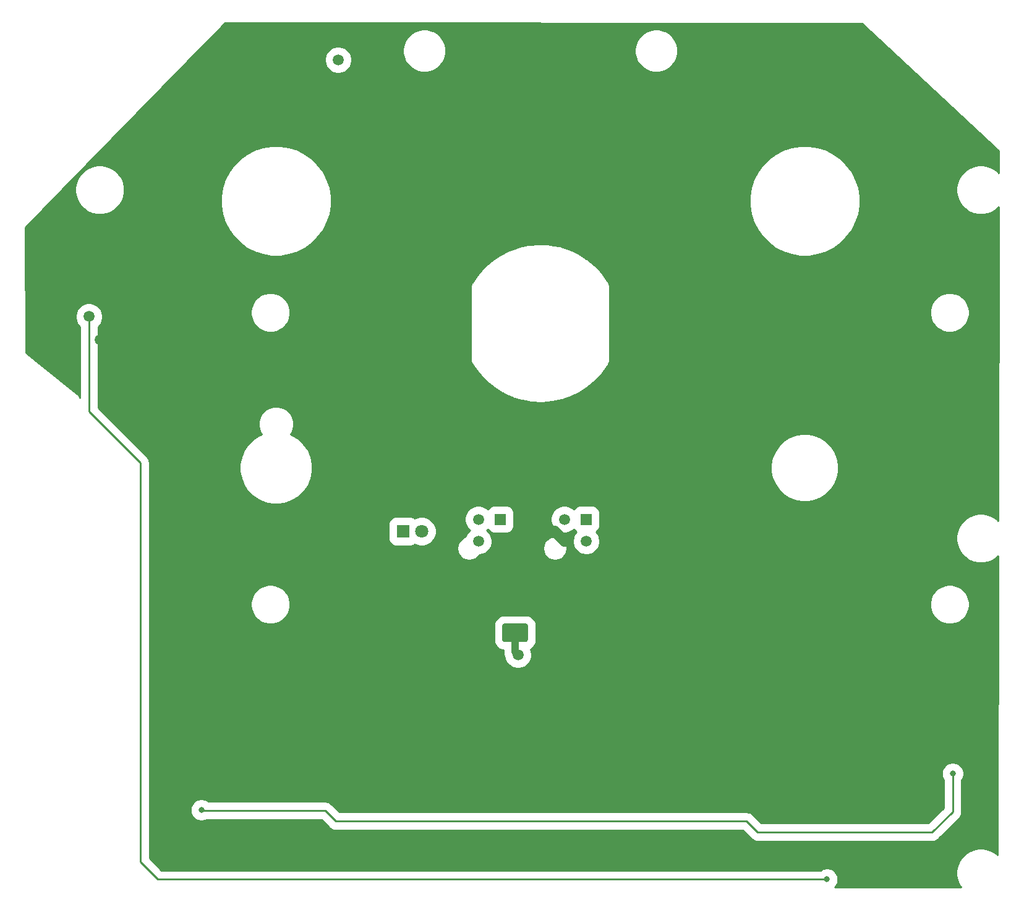
<source format=gbr>
%TF.GenerationSoftware,KiCad,Pcbnew,(5.1.6)-1*%
%TF.CreationDate,2020-11-25T11:15:34+11:00*%
%TF.ProjectId,KY58 Panel PCB V1,4b593538-2050-4616-9e65-6c2050434220,rev?*%
%TF.SameCoordinates,Original*%
%TF.FileFunction,Copper,L2,Bot*%
%TF.FilePolarity,Positive*%
%FSLAX46Y46*%
G04 Gerber Fmt 4.6, Leading zero omitted, Abs format (unit mm)*
G04 Created by KiCad (PCBNEW (5.1.6)-1) date 2020-11-25 11:15:34*
%MOMM*%
%LPD*%
G01*
G04 APERTURE LIST*
%TA.AperFunction,ComponentPad*%
%ADD10C,1.800000*%
%TD*%
%TA.AperFunction,ComponentPad*%
%ADD11R,1.800000X1.800000*%
%TD*%
%TA.AperFunction,ComponentPad*%
%ADD12C,1.520000*%
%TD*%
%TA.AperFunction,ComponentPad*%
%ADD13R,1.520000X1.520000*%
%TD*%
%TA.AperFunction,ViaPad*%
%ADD14C,1.500000*%
%TD*%
%TA.AperFunction,ViaPad*%
%ADD15C,0.800000*%
%TD*%
%TA.AperFunction,Conductor*%
%ADD16C,1.000000*%
%TD*%
%TA.AperFunction,Conductor*%
%ADD17C,1.500000*%
%TD*%
%TA.AperFunction,Conductor*%
%ADD18C,0.250000*%
%TD*%
%TA.AperFunction,Conductor*%
%ADD19C,0.254000*%
%TD*%
G04 APERTURE END LIST*
%TO.P,C1,2*%
%TO.N,/LEDGND*%
%TA.AperFunction,SMDPad,CuDef*%
G36*
G01*
X153241000Y-117891000D02*
X153241000Y-115891000D01*
G75*
G02*
X153491000Y-115641000I250000J0D01*
G01*
X156491000Y-115641000D01*
G75*
G02*
X156741000Y-115891000I0J-250000D01*
G01*
X156741000Y-117891000D01*
G75*
G02*
X156491000Y-118141000I-250000J0D01*
G01*
X153491000Y-118141000D01*
G75*
G02*
X153241000Y-117891000I0J250000D01*
G01*
G37*
%TD.AperFunction*%
%TO.P,C1,1*%
%TO.N,/LED+5V*%
%TA.AperFunction,SMDPad,CuDef*%
G36*
G01*
X146741000Y-117891000D02*
X146741000Y-115891000D01*
G75*
G02*
X146991000Y-115641000I250000J0D01*
G01*
X149991000Y-115641000D01*
G75*
G02*
X150241000Y-115891000I0J-250000D01*
G01*
X150241000Y-117891000D01*
G75*
G02*
X149991000Y-118141000I-250000J0D01*
G01*
X146991000Y-118141000D01*
G75*
G02*
X146741000Y-117891000I0J250000D01*
G01*
G37*
%TD.AperFunction*%
%TD*%
D10*
%TO.P,D1,2*%
%TO.N,/LED+5V*%
X135687000Y-102997000D03*
D11*
%TO.P,D1,1*%
%TO.N,Net-(D1-Pad1)*%
X133147000Y-102997000D03*
%TD*%
D12*
%TO.P,J2,4*%
%TO.N,/LEDGND*%
X155242001Y-104342999D03*
%TO.P,J2,3*%
%TO.N,/DATAOUT*%
X158242000Y-104342999D03*
%TO.P,J2,2*%
%TO.N,/LED+5V*%
X155242001Y-101343000D03*
D13*
%TO.P,J2,1*%
%TO.N,/DATALOOP*%
X158242000Y-101343000D03*
%TD*%
D12*
%TO.P,J1,4*%
%TO.N,/DATAIN*%
X143482001Y-104342999D03*
%TO.P,J1,3*%
%TO.N,/LEDGND*%
X146482000Y-104342999D03*
%TO.P,J1,2*%
%TO.N,/DATALOOP*%
X143482001Y-101343000D03*
D13*
%TO.P,J1,1*%
%TO.N,/LED+5V*%
X146482000Y-101343000D03*
%TD*%
D14*
%TO.N,/LED+5V*%
X148902500Y-119928800D03*
X124282000Y-38379400D03*
%TO.N,/LEDGND*%
X120603200Y-81715500D03*
X118913200Y-37886500D03*
X128755000Y-103000000D03*
X157559000Y-58440300D03*
X150495000Y-58554600D03*
X135006000Y-62720200D03*
X132953000Y-47954800D03*
X91447600Y-65313600D03*
X91688500Y-76758400D03*
X128692000Y-83327200D03*
X111178000Y-86677500D03*
X206286000Y-51003600D03*
X205752000Y-61163900D03*
X206111000Y-68552100D03*
X201656000Y-76962000D03*
X194678000Y-79748400D03*
X186820000Y-79959200D03*
X179070000Y-75788500D03*
X181290000Y-67388700D03*
X176157000Y-61028600D03*
X179885000Y-49390300D03*
X186202000Y-46408300D03*
X199527000Y-45577800D03*
X179377000Y-95925600D03*
X179733000Y-88899600D03*
X176286000Y-107031000D03*
X194597000Y-131557000D03*
X211859000Y-136042000D03*
X204673000Y-135997000D03*
X189662000Y-139573000D03*
X201397000Y-138537000D03*
X195804000Y-148468000D03*
X188712000Y-148575000D03*
X181278000Y-148688000D03*
X171930000Y-148633000D03*
X137031000Y-148791000D03*
X119911000Y-148537000D03*
X112433000Y-148311000D03*
X103137000Y-148349000D03*
X137655000Y-138100000D03*
X144526000Y-137795000D03*
X153797000Y-137897000D03*
X168427000Y-137592000D03*
X161265000Y-137389000D03*
X199619000Y-124435000D03*
X181331000Y-127229000D03*
X171958000Y-127838000D03*
X161034000Y-127201000D03*
X153848000Y-127203000D03*
X146380000Y-127279000D03*
X137084000Y-126848000D03*
X127127000Y-126543000D03*
X119939000Y-127305000D03*
X112534000Y-127242000D03*
X103226000Y-126975000D03*
X112166000Y-38938200D03*
X109906000Y-48615600D03*
X118694000Y-45796200D03*
X188759000Y-126277540D03*
X160980120Y-148277580D03*
X153766520Y-148269960D03*
D15*
%TO.N,Net-(D50-Pad2)*%
X208412080Y-136177020D03*
X105549700Y-141183360D03*
D14*
%TO.N,Net-(D62-Pad2)*%
X90164920Y-73558400D03*
D15*
X191207699Y-150689001D03*
%TD*%
D16*
%TO.N,/LED+5V*%
X148902500Y-119928800D02*
X148491000Y-119517300D01*
X148491000Y-119517300D02*
X148491000Y-116891000D01*
D17*
%TO.N,/LEDGND*%
X155242001Y-104342999D02*
X153921402Y-103022400D01*
X153921402Y-103022400D02*
X152781000Y-103022400D01*
D18*
%TO.N,Net-(D50-Pad2)*%
X205607920Y-144228820D02*
X208412080Y-141424660D01*
X123926600Y-142707360D02*
X180197760Y-142707360D01*
X122488960Y-141269720D02*
X123926600Y-142707360D01*
X180197760Y-142707360D02*
X181719220Y-144228820D01*
X208412080Y-141424660D02*
X208412080Y-136177020D01*
X181719220Y-144228820D02*
X205607920Y-144228820D01*
X105636060Y-141269720D02*
X105549700Y-141183360D01*
X122488960Y-141269720D02*
X105636060Y-141269720D01*
%TO.N,Net-(D62-Pad2)*%
X90164920Y-73558400D02*
X90164920Y-86570820D01*
X90164920Y-86570820D02*
X97188020Y-93593920D01*
X97188020Y-93593920D02*
X97188020Y-148305520D01*
X99571501Y-150689001D02*
X191207699Y-150689001D01*
X97188020Y-148305520D02*
X99571501Y-150689001D01*
X191207699Y-150689001D02*
X191207699Y-150689001D01*
%TD*%
D19*
%TO.N,/LEDGND*%
G36*
X196015155Y-33409347D02*
G01*
X214747131Y-50843553D01*
X214741910Y-53855949D01*
X214436973Y-53551012D01*
X213882842Y-53180753D01*
X213267124Y-52925715D01*
X212613482Y-52795697D01*
X211947034Y-52795697D01*
X211293392Y-52925715D01*
X210677674Y-53180753D01*
X210123543Y-53551012D01*
X209652293Y-54022262D01*
X209282034Y-54576393D01*
X209026996Y-55192111D01*
X208896978Y-55845753D01*
X208896978Y-56512201D01*
X209026996Y-57165843D01*
X209282034Y-57781561D01*
X209652293Y-58335692D01*
X210123543Y-58806942D01*
X210677674Y-59177201D01*
X211293392Y-59432239D01*
X211947034Y-59562257D01*
X212613482Y-59562257D01*
X213267124Y-59432239D01*
X213882842Y-59177201D01*
X214436973Y-58806942D01*
X214733844Y-58510071D01*
X214659294Y-101525333D01*
X214436973Y-101303012D01*
X213882842Y-100932753D01*
X213267124Y-100677715D01*
X212613482Y-100547697D01*
X211947034Y-100547697D01*
X211293392Y-100677715D01*
X210677674Y-100932753D01*
X210123543Y-101303012D01*
X209652293Y-101774262D01*
X209282034Y-102328393D01*
X209026996Y-102944111D01*
X208896978Y-103597753D01*
X208896978Y-104264201D01*
X209026996Y-104917843D01*
X209282034Y-105533561D01*
X209652293Y-106087692D01*
X210123543Y-106558942D01*
X210677674Y-106929201D01*
X211293392Y-107184239D01*
X211947034Y-107314257D01*
X212613482Y-107314257D01*
X213267124Y-107184239D01*
X213882842Y-106929201D01*
X214436973Y-106558942D01*
X214650941Y-106344974D01*
X214579864Y-147356403D01*
X214436973Y-147213512D01*
X213882842Y-146843253D01*
X213267124Y-146588215D01*
X212613482Y-146458197D01*
X211947034Y-146458197D01*
X211293392Y-146588215D01*
X210677674Y-146843253D01*
X210123543Y-147213512D01*
X209652293Y-147684762D01*
X209282034Y-148238893D01*
X209026996Y-148854611D01*
X208896978Y-149508253D01*
X208896978Y-150174701D01*
X209026996Y-150828343D01*
X209282034Y-151444061D01*
X209509084Y-151783864D01*
X192265502Y-151790703D01*
X192393798Y-151662407D01*
X192560909Y-151412307D01*
X192676018Y-151134411D01*
X192734699Y-150839397D01*
X192734699Y-150538605D01*
X192676018Y-150243591D01*
X192560909Y-149965695D01*
X192393798Y-149715595D01*
X192181105Y-149502902D01*
X191931005Y-149335791D01*
X191653109Y-149220682D01*
X191358095Y-149162001D01*
X191057303Y-149162001D01*
X190762289Y-149220682D01*
X190484393Y-149335791D01*
X190332921Y-149437001D01*
X100090097Y-149437001D01*
X98440020Y-147786925D01*
X98440020Y-141032964D01*
X104022700Y-141032964D01*
X104022700Y-141333756D01*
X104081381Y-141628770D01*
X104196490Y-141906666D01*
X104363601Y-142156766D01*
X104576294Y-142369459D01*
X104826394Y-142536570D01*
X105104290Y-142651679D01*
X105399304Y-142710360D01*
X105700096Y-142710360D01*
X105995110Y-142651679D01*
X106273006Y-142536570D01*
X106295231Y-142521720D01*
X121970365Y-142521720D01*
X122997816Y-143549172D01*
X123037019Y-143596941D01*
X123227661Y-143753396D01*
X123445162Y-143869653D01*
X123681165Y-143941244D01*
X123865102Y-143959360D01*
X123865104Y-143959360D01*
X123926600Y-143965417D01*
X123988096Y-143959360D01*
X179679165Y-143959360D01*
X180790437Y-145070633D01*
X180829639Y-145118401D01*
X180877407Y-145157603D01*
X181020280Y-145274856D01*
X181237782Y-145391113D01*
X181473785Y-145462704D01*
X181657722Y-145480820D01*
X181657723Y-145480820D01*
X181719219Y-145486877D01*
X181780715Y-145480820D01*
X205546424Y-145480820D01*
X205607920Y-145486877D01*
X205669416Y-145480820D01*
X205669418Y-145480820D01*
X205853355Y-145462704D01*
X206089358Y-145391113D01*
X206306859Y-145274856D01*
X206497501Y-145118401D01*
X206536707Y-145070628D01*
X209253894Y-142353442D01*
X209301661Y-142314241D01*
X209340863Y-142266473D01*
X209458116Y-142123600D01*
X209574373Y-141906098D01*
X209613056Y-141778577D01*
X209645964Y-141670095D01*
X209664080Y-141486158D01*
X209664080Y-141486157D01*
X209670137Y-141424661D01*
X209664080Y-141363165D01*
X209664080Y-137051798D01*
X209765290Y-136900326D01*
X209880399Y-136622430D01*
X209939080Y-136327416D01*
X209939080Y-136026624D01*
X209880399Y-135731610D01*
X209765290Y-135453714D01*
X209598179Y-135203614D01*
X209385486Y-134990921D01*
X209135386Y-134823810D01*
X208857490Y-134708701D01*
X208562476Y-134650020D01*
X208261684Y-134650020D01*
X207966670Y-134708701D01*
X207688774Y-134823810D01*
X207438674Y-134990921D01*
X207225981Y-135203614D01*
X207058870Y-135453714D01*
X206943761Y-135731610D01*
X206885080Y-136026624D01*
X206885080Y-136327416D01*
X206943761Y-136622430D01*
X207058870Y-136900326D01*
X207160081Y-137051799D01*
X207160080Y-140906064D01*
X205089325Y-142976820D01*
X182237816Y-142976820D01*
X181126547Y-141865552D01*
X181087341Y-141817779D01*
X180896699Y-141661324D01*
X180679198Y-141545067D01*
X180443195Y-141473476D01*
X180259258Y-141455360D01*
X180259256Y-141455360D01*
X180197760Y-141449303D01*
X180136264Y-141455360D01*
X124445196Y-141455360D01*
X123417747Y-140427912D01*
X123378541Y-140380139D01*
X123187899Y-140223684D01*
X122970398Y-140107427D01*
X122734395Y-140035836D01*
X122550458Y-140017720D01*
X122550456Y-140017720D01*
X122488960Y-140011663D01*
X122427464Y-140017720D01*
X106543565Y-140017720D01*
X106523106Y-139997261D01*
X106273006Y-139830150D01*
X105995110Y-139715041D01*
X105700096Y-139656360D01*
X105399304Y-139656360D01*
X105104290Y-139715041D01*
X104826394Y-139830150D01*
X104576294Y-139997261D01*
X104363601Y-140209954D01*
X104196490Y-140460054D01*
X104081381Y-140737950D01*
X104022700Y-141032964D01*
X98440020Y-141032964D01*
X98440020Y-115891000D01*
X145608547Y-115891000D01*
X145608547Y-117891000D01*
X145635110Y-118160703D01*
X145713780Y-118420042D01*
X145841532Y-118659050D01*
X146013458Y-118868542D01*
X146222950Y-119040468D01*
X146461958Y-119168220D01*
X146721297Y-119246890D01*
X146864000Y-119260945D01*
X146864000Y-119437385D01*
X146856129Y-119517300D01*
X146864000Y-119597214D01*
X146864000Y-119597224D01*
X146887542Y-119836247D01*
X146980575Y-120142937D01*
X147061400Y-120294149D01*
X147097632Y-120476301D01*
X147239124Y-120817893D01*
X147444539Y-121125318D01*
X147705982Y-121386761D01*
X148013407Y-121592176D01*
X148354999Y-121733668D01*
X148717632Y-121805800D01*
X149087368Y-121805800D01*
X149450001Y-121733668D01*
X149791593Y-121592176D01*
X150099018Y-121386761D01*
X150360461Y-121125318D01*
X150565876Y-120817893D01*
X150707368Y-120476301D01*
X150779500Y-120113668D01*
X150779500Y-119743932D01*
X150707368Y-119381299D01*
X150601150Y-119124867D01*
X150759050Y-119040468D01*
X150968542Y-118868542D01*
X151140468Y-118659050D01*
X151268220Y-118420042D01*
X151346890Y-118160703D01*
X151373453Y-117891000D01*
X151373453Y-115891000D01*
X151346890Y-115621297D01*
X151268220Y-115361958D01*
X151140468Y-115122950D01*
X150968542Y-114913458D01*
X150759050Y-114741532D01*
X150520042Y-114613780D01*
X150260703Y-114535110D01*
X149991000Y-114508547D01*
X146991000Y-114508547D01*
X146721297Y-114535110D01*
X146461958Y-114613780D01*
X146222950Y-114741532D01*
X146013458Y-114913458D01*
X145841532Y-115122950D01*
X145713780Y-115361958D01*
X145635110Y-115621297D01*
X145608547Y-115891000D01*
X98440020Y-115891000D01*
X98440020Y-112733197D01*
X112291107Y-112733197D01*
X112291107Y-113266803D01*
X112395208Y-113790155D01*
X112599410Y-114283142D01*
X112895866Y-114726819D01*
X113273181Y-115104134D01*
X113716858Y-115400590D01*
X114209845Y-115604792D01*
X114733197Y-115708893D01*
X115266803Y-115708893D01*
X115790155Y-115604792D01*
X116283142Y-115400590D01*
X116726819Y-115104134D01*
X117104134Y-114726819D01*
X117400590Y-114283142D01*
X117604792Y-113790155D01*
X117708893Y-113266803D01*
X117708893Y-112733197D01*
X205291107Y-112733197D01*
X205291107Y-113266803D01*
X205395208Y-113790155D01*
X205599410Y-114283142D01*
X205895866Y-114726819D01*
X206273181Y-115104134D01*
X206716858Y-115400590D01*
X207209845Y-115604792D01*
X207733197Y-115708893D01*
X208266803Y-115708893D01*
X208790155Y-115604792D01*
X209283142Y-115400590D01*
X209726819Y-115104134D01*
X210104134Y-114726819D01*
X210400590Y-114283142D01*
X210604792Y-113790155D01*
X210708893Y-113266803D01*
X210708893Y-112733197D01*
X210604792Y-112209845D01*
X210400590Y-111716858D01*
X210104134Y-111273181D01*
X209726819Y-110895866D01*
X209283142Y-110599410D01*
X208790155Y-110395208D01*
X208266803Y-110291107D01*
X207733197Y-110291107D01*
X207209845Y-110395208D01*
X206716858Y-110599410D01*
X206273181Y-110895866D01*
X205895866Y-111273181D01*
X205599410Y-111716858D01*
X205395208Y-112209845D01*
X205291107Y-112733197D01*
X117708893Y-112733197D01*
X117604792Y-112209845D01*
X117400590Y-111716858D01*
X117104134Y-111273181D01*
X116726819Y-110895866D01*
X116283142Y-110599410D01*
X115790155Y-110395208D01*
X115266803Y-110291107D01*
X114733197Y-110291107D01*
X114209845Y-110395208D01*
X113716858Y-110599410D01*
X113273181Y-110895866D01*
X112895866Y-111273181D01*
X112599410Y-111716858D01*
X112395208Y-112209845D01*
X112291107Y-112733197D01*
X98440020Y-112733197D01*
X98440020Y-105161967D01*
X140567001Y-105161967D01*
X140567001Y-105484033D01*
X140629833Y-105799912D01*
X140753083Y-106097463D01*
X140932014Y-106365252D01*
X141159749Y-106592987D01*
X141427538Y-106771918D01*
X141725089Y-106895168D01*
X142040968Y-106958000D01*
X142363034Y-106958000D01*
X142678913Y-106895168D01*
X142976464Y-106771918D01*
X143244253Y-106592987D01*
X143471988Y-106365252D01*
X143562361Y-106229999D01*
X143667854Y-106229999D01*
X144032418Y-106157482D01*
X144375830Y-106015236D01*
X144684893Y-105808727D01*
X144947729Y-105545891D01*
X145154238Y-105236828D01*
X145185246Y-105161967D01*
X152327001Y-105161967D01*
X152327001Y-105484033D01*
X152389833Y-105799912D01*
X152513083Y-106097463D01*
X152692014Y-106365252D01*
X152919749Y-106592987D01*
X153187538Y-106771918D01*
X153485089Y-106895168D01*
X153800968Y-106958000D01*
X154123034Y-106958000D01*
X154438913Y-106895168D01*
X154736464Y-106771918D01*
X155004253Y-106592987D01*
X155231988Y-106365252D01*
X155410919Y-106097463D01*
X155534169Y-105799912D01*
X155597001Y-105484033D01*
X155597001Y-105161967D01*
X155534169Y-104846088D01*
X155410919Y-104548537D01*
X155231988Y-104280748D01*
X155004253Y-104053013D01*
X154736464Y-103874082D01*
X154438913Y-103750832D01*
X154123034Y-103688000D01*
X153800968Y-103688000D01*
X153485089Y-103750832D01*
X153187538Y-103874082D01*
X152919749Y-104053013D01*
X152692014Y-104280748D01*
X152513083Y-104548537D01*
X152389833Y-104846088D01*
X152327001Y-105161967D01*
X145185246Y-105161967D01*
X145296484Y-104893416D01*
X145369001Y-104528852D01*
X145369001Y-104157146D01*
X145296484Y-103792582D01*
X145154238Y-103449170D01*
X144947729Y-103140107D01*
X144684893Y-102877271D01*
X144633602Y-102843000D01*
X144684893Y-102808728D01*
X144773804Y-102719817D01*
X144780400Y-102732157D01*
X144921235Y-102903765D01*
X145092843Y-103044600D01*
X145288629Y-103149250D01*
X145501069Y-103213693D01*
X145722000Y-103235453D01*
X147242000Y-103235453D01*
X147462931Y-103213693D01*
X147675371Y-103149250D01*
X147871157Y-103044600D01*
X148042765Y-102903765D01*
X148183600Y-102732157D01*
X148288250Y-102536371D01*
X148352693Y-102323931D01*
X148374453Y-102103000D01*
X148374453Y-101157147D01*
X153355001Y-101157147D01*
X153355001Y-101528853D01*
X153427518Y-101893417D01*
X153569764Y-102236829D01*
X153776273Y-102545892D01*
X154039109Y-102808728D01*
X154348172Y-103015237D01*
X154691584Y-103157483D01*
X155056148Y-103230000D01*
X155427854Y-103230000D01*
X155792418Y-103157483D01*
X156135830Y-103015237D01*
X156444893Y-102808728D01*
X156533804Y-102719817D01*
X156540400Y-102732157D01*
X156681235Y-102903765D01*
X156852843Y-103044600D01*
X156865183Y-103051196D01*
X156776272Y-103140107D01*
X156569763Y-103449170D01*
X156427517Y-103792582D01*
X156355000Y-104157146D01*
X156355000Y-104528852D01*
X156427517Y-104893416D01*
X156569763Y-105236828D01*
X156776272Y-105545891D01*
X157039108Y-105808727D01*
X157348171Y-106015236D01*
X157691583Y-106157482D01*
X158056147Y-106229999D01*
X158427853Y-106229999D01*
X158792417Y-106157482D01*
X159135829Y-106015236D01*
X159444892Y-105808727D01*
X159707728Y-105545891D01*
X159914237Y-105236828D01*
X160056483Y-104893416D01*
X160129000Y-104528852D01*
X160129000Y-104157146D01*
X160056483Y-103792582D01*
X159914237Y-103449170D01*
X159707728Y-103140107D01*
X159618817Y-103051196D01*
X159631157Y-103044600D01*
X159802765Y-102903765D01*
X159943600Y-102732157D01*
X160048250Y-102536371D01*
X160112693Y-102323931D01*
X160134453Y-102103000D01*
X160134453Y-100583000D01*
X160112693Y-100362069D01*
X160048250Y-100149629D01*
X159943600Y-99953843D01*
X159802765Y-99782235D01*
X159631157Y-99641400D01*
X159435371Y-99536750D01*
X159222931Y-99472307D01*
X159002000Y-99450547D01*
X157482000Y-99450547D01*
X157261069Y-99472307D01*
X157048629Y-99536750D01*
X156852843Y-99641400D01*
X156681235Y-99782235D01*
X156540400Y-99953843D01*
X156533804Y-99966183D01*
X156444893Y-99877272D01*
X156135830Y-99670763D01*
X155792418Y-99528517D01*
X155427854Y-99456000D01*
X155056148Y-99456000D01*
X154691584Y-99528517D01*
X154348172Y-99670763D01*
X154039109Y-99877272D01*
X153776273Y-100140108D01*
X153569764Y-100449171D01*
X153427518Y-100792583D01*
X153355001Y-101157147D01*
X148374453Y-101157147D01*
X148374453Y-100583000D01*
X148352693Y-100362069D01*
X148288250Y-100149629D01*
X148183600Y-99953843D01*
X148042765Y-99782235D01*
X147871157Y-99641400D01*
X147675371Y-99536750D01*
X147462931Y-99472307D01*
X147242000Y-99450547D01*
X145722000Y-99450547D01*
X145501069Y-99472307D01*
X145288629Y-99536750D01*
X145092843Y-99641400D01*
X144921235Y-99782235D01*
X144780400Y-99953843D01*
X144773804Y-99966183D01*
X144684893Y-99877272D01*
X144375830Y-99670763D01*
X144032418Y-99528517D01*
X143667854Y-99456000D01*
X143296148Y-99456000D01*
X142931584Y-99528517D01*
X142588172Y-99670763D01*
X142279109Y-99877272D01*
X142016273Y-100140108D01*
X141809764Y-100449171D01*
X141667518Y-100792583D01*
X141595001Y-101157147D01*
X141595001Y-101528853D01*
X141667518Y-101893417D01*
X141809764Y-102236829D01*
X142016273Y-102545892D01*
X142279109Y-102808728D01*
X142330400Y-102843000D01*
X142279109Y-102877271D01*
X142016273Y-103140107D01*
X141809764Y-103449170D01*
X141676470Y-103770971D01*
X141427538Y-103874082D01*
X141159749Y-104053013D01*
X140932014Y-104280748D01*
X140753083Y-104548537D01*
X140629833Y-104846088D01*
X140567001Y-105161967D01*
X98440020Y-105161967D01*
X98440020Y-102097000D01*
X131114547Y-102097000D01*
X131114547Y-103897000D01*
X131136307Y-104117931D01*
X131200750Y-104330371D01*
X131305400Y-104526157D01*
X131446235Y-104697765D01*
X131617843Y-104838600D01*
X131813629Y-104943250D01*
X132026069Y-105007693D01*
X132247000Y-105029453D01*
X134047000Y-105029453D01*
X134267931Y-105007693D01*
X134480371Y-104943250D01*
X134676157Y-104838600D01*
X134729842Y-104794541D01*
X135095746Y-104946104D01*
X135487358Y-105024000D01*
X135886642Y-105024000D01*
X136278254Y-104946104D01*
X136647145Y-104793304D01*
X136979137Y-104571474D01*
X137261474Y-104289137D01*
X137483304Y-103957145D01*
X137636104Y-103588254D01*
X137714000Y-103196642D01*
X137714000Y-102797358D01*
X137636104Y-102405746D01*
X137483304Y-102036855D01*
X137261474Y-101704863D01*
X136979137Y-101422526D01*
X136647145Y-101200696D01*
X136278254Y-101047896D01*
X135886642Y-100970000D01*
X135487358Y-100970000D01*
X135095746Y-101047896D01*
X134729842Y-101199459D01*
X134676157Y-101155400D01*
X134480371Y-101050750D01*
X134267931Y-100986307D01*
X134047000Y-100964547D01*
X132247000Y-100964547D01*
X132026069Y-100986307D01*
X131813629Y-101050750D01*
X131617843Y-101155400D01*
X131446235Y-101296235D01*
X131305400Y-101467843D01*
X131200750Y-101663629D01*
X131136307Y-101876069D01*
X131114547Y-102097000D01*
X98440020Y-102097000D01*
X98440020Y-93787194D01*
X110767106Y-93787194D01*
X110767106Y-94770760D01*
X110958990Y-95735426D01*
X111335384Y-96644122D01*
X111881823Y-97461926D01*
X112577309Y-98157412D01*
X113395113Y-98703851D01*
X114303809Y-99080245D01*
X115268475Y-99272129D01*
X116252041Y-99272129D01*
X117216707Y-99080245D01*
X118125403Y-98703851D01*
X118943207Y-98157412D01*
X119638693Y-97461926D01*
X120185132Y-96644122D01*
X120561526Y-95735426D01*
X120753410Y-94770760D01*
X120753410Y-93820649D01*
X183496774Y-93820649D01*
X183496774Y-94737305D01*
X183675605Y-95636348D01*
X184026394Y-96483228D01*
X184535661Y-97245400D01*
X185183835Y-97893574D01*
X185946007Y-98402841D01*
X186792887Y-98753630D01*
X187691930Y-98932461D01*
X188608586Y-98932461D01*
X189507629Y-98753630D01*
X190354509Y-98402841D01*
X191116681Y-97893574D01*
X191764855Y-97245400D01*
X192274122Y-96483228D01*
X192624911Y-95636348D01*
X192803742Y-94737305D01*
X192803742Y-93820649D01*
X192624911Y-92921606D01*
X192274122Y-92074726D01*
X191764855Y-91312554D01*
X191116681Y-90664380D01*
X190354509Y-90155113D01*
X189507629Y-89804324D01*
X188608586Y-89625493D01*
X187691930Y-89625493D01*
X186792887Y-89804324D01*
X185946007Y-90155113D01*
X185183835Y-90664380D01*
X184535661Y-91312554D01*
X184026394Y-92074726D01*
X183675605Y-92921606D01*
X183496774Y-93820649D01*
X120753410Y-93820649D01*
X120753410Y-93787194D01*
X120561526Y-92822528D01*
X120185132Y-91913832D01*
X119638693Y-91096028D01*
X118943207Y-90400542D01*
X118125403Y-89854103D01*
X117733773Y-89691885D01*
X117910051Y-89428065D01*
X118092920Y-88986582D01*
X118186145Y-88517906D01*
X118186145Y-88040048D01*
X118092920Y-87571372D01*
X117910051Y-87129889D01*
X117644568Y-86732564D01*
X117306671Y-86394667D01*
X116909346Y-86129184D01*
X116467863Y-85946315D01*
X115999187Y-85853090D01*
X115521329Y-85853090D01*
X115052653Y-85946315D01*
X114611170Y-86129184D01*
X114213845Y-86394667D01*
X113875948Y-86732564D01*
X113610465Y-87129889D01*
X113427596Y-87571372D01*
X113334371Y-88040048D01*
X113334371Y-88517906D01*
X113427596Y-88986582D01*
X113610465Y-89428065D01*
X113786743Y-89691885D01*
X113395113Y-89854103D01*
X112577309Y-90400542D01*
X111881823Y-91096028D01*
X111335384Y-91913832D01*
X110958990Y-92822528D01*
X110767106Y-93787194D01*
X98440020Y-93787194D01*
X98440020Y-93655415D01*
X98446077Y-93593919D01*
X98440020Y-93532422D01*
X98421904Y-93348485D01*
X98350313Y-93112482D01*
X98332987Y-93080068D01*
X98234056Y-92894980D01*
X98116803Y-92752107D01*
X98077601Y-92704339D01*
X98029834Y-92665138D01*
X91416920Y-86052225D01*
X91416920Y-79421999D01*
X142409733Y-79421999D01*
X142427413Y-79602273D01*
X142497477Y-79833592D01*
X142611322Y-80046799D01*
X142635074Y-80075766D01*
X142785470Y-80320460D01*
X142786590Y-80322047D01*
X142842263Y-80404815D01*
X143570250Y-81394908D01*
X143587457Y-81415432D01*
X143602894Y-81437335D01*
X143670619Y-81514625D01*
X144518510Y-82404191D01*
X144538185Y-82422362D01*
X144556281Y-82442127D01*
X144633277Y-82510184D01*
X145587327Y-83284802D01*
X145609157Y-83300329D01*
X145629613Y-83317631D01*
X145714632Y-83375354D01*
X146759377Y-84022468D01*
X146782998Y-84035093D01*
X146805491Y-84049658D01*
X146897156Y-84096110D01*
X148015657Y-84605228D01*
X148040690Y-84614749D01*
X148064852Y-84626338D01*
X148161676Y-84660766D01*
X149335802Y-85023636D01*
X149361843Y-85029899D01*
X149387281Y-85038324D01*
X149487695Y-85060170D01*
X150698411Y-85270909D01*
X150725046Y-85273814D01*
X150751340Y-85278936D01*
X150853716Y-85287846D01*
X152081397Y-85343037D01*
X152108181Y-85342534D01*
X152134916Y-85344274D01*
X152237595Y-85340103D01*
X153462337Y-85238852D01*
X153488837Y-85234950D01*
X153515579Y-85233279D01*
X153616895Y-85216096D01*
X154818845Y-84960044D01*
X154844634Y-84952807D01*
X154870948Y-84947751D01*
X154969260Y-84917833D01*
X156128931Y-84511132D01*
X156153591Y-84500677D01*
X156179050Y-84492318D01*
X156272763Y-84450150D01*
X157371358Y-83899392D01*
X157394489Y-83885889D01*
X157418681Y-83874362D01*
X157506276Y-83820629D01*
X158525984Y-83134742D01*
X158547214Y-83118406D01*
X158569740Y-83103903D01*
X158649798Y-83039475D01*
X159574091Y-82229579D01*
X159593070Y-82210682D01*
X159613576Y-82193429D01*
X159684798Y-82119350D01*
X160498688Y-81198574D01*
X160515114Y-81177415D01*
X160533259Y-81157700D01*
X160594491Y-81075172D01*
X161253347Y-80104751D01*
X161294507Y-80054640D01*
X161408531Y-79841528D01*
X161478789Y-79610268D01*
X161496620Y-79430009D01*
X161499430Y-72733197D01*
X205291107Y-72733197D01*
X205291107Y-73266803D01*
X205395208Y-73790155D01*
X205599410Y-74283142D01*
X205895866Y-74726819D01*
X206273181Y-75104134D01*
X206716858Y-75400590D01*
X207209845Y-75604792D01*
X207733197Y-75708893D01*
X208266803Y-75708893D01*
X208790155Y-75604792D01*
X209283142Y-75400590D01*
X209726819Y-75104134D01*
X210104134Y-74726819D01*
X210400590Y-74283142D01*
X210604792Y-73790155D01*
X210708893Y-73266803D01*
X210708893Y-72733197D01*
X210604792Y-72209845D01*
X210400590Y-71716858D01*
X210104134Y-71273181D01*
X209726819Y-70895866D01*
X209283142Y-70599410D01*
X208790155Y-70395208D01*
X208266803Y-70291107D01*
X207733197Y-70291107D01*
X207209845Y-70395208D01*
X206716858Y-70599410D01*
X206273181Y-70895866D01*
X205895866Y-71273181D01*
X205599410Y-71716858D01*
X205395208Y-72209845D01*
X205291107Y-72733197D01*
X161499430Y-72733197D01*
X161500782Y-69511955D01*
X161483102Y-69331682D01*
X161413038Y-69100362D01*
X161299193Y-68887156D01*
X161275440Y-68858188D01*
X161125046Y-68613496D01*
X161123933Y-68611919D01*
X161068252Y-68529139D01*
X160340267Y-67539048D01*
X160323059Y-67518524D01*
X160307622Y-67496620D01*
X160239897Y-67419330D01*
X159392006Y-66529764D01*
X159372331Y-66511593D01*
X159354235Y-66491828D01*
X159277239Y-66423771D01*
X158323189Y-65649153D01*
X158301365Y-65633629D01*
X158280904Y-65616324D01*
X158195884Y-65558601D01*
X157151141Y-64911487D01*
X157127515Y-64898860D01*
X157105026Y-64884297D01*
X157013361Y-64837845D01*
X155894859Y-64328727D01*
X155869826Y-64319206D01*
X155845664Y-64307617D01*
X155748840Y-64273189D01*
X154574714Y-63910319D01*
X154548672Y-63904056D01*
X154523235Y-63895631D01*
X154422821Y-63873785D01*
X153212105Y-63663046D01*
X153185470Y-63660141D01*
X153159176Y-63655019D01*
X153056800Y-63646109D01*
X151829120Y-63590918D01*
X151802336Y-63591421D01*
X151775602Y-63589681D01*
X151672924Y-63593852D01*
X151672921Y-63593852D01*
X150448181Y-63695102D01*
X150421682Y-63699004D01*
X150394938Y-63700675D01*
X150293621Y-63717859D01*
X149091671Y-63973911D01*
X149065882Y-63981148D01*
X149039569Y-63986204D01*
X148941257Y-64016122D01*
X147781585Y-64422823D01*
X147756925Y-64433278D01*
X147731466Y-64441637D01*
X147637753Y-64483805D01*
X146539159Y-65034563D01*
X146516033Y-65048064D01*
X146491837Y-65059592D01*
X146404242Y-65113326D01*
X145384534Y-65799212D01*
X145363303Y-65815547D01*
X145340776Y-65830052D01*
X145260718Y-65894480D01*
X144336426Y-66704376D01*
X144317443Y-66723278D01*
X144296942Y-66740526D01*
X144225720Y-66814604D01*
X143411829Y-67735379D01*
X143395399Y-67756543D01*
X143377258Y-67776254D01*
X143316026Y-67858782D01*
X142657174Y-68829199D01*
X142616010Y-68879314D01*
X142501986Y-69092425D01*
X142431728Y-69323686D01*
X142413897Y-69503944D01*
X142409733Y-79421999D01*
X91416920Y-79421999D01*
X91416920Y-74960879D01*
X91622881Y-74754918D01*
X91828296Y-74447493D01*
X91969788Y-74105901D01*
X92041920Y-73743268D01*
X92041920Y-73373532D01*
X91969788Y-73010899D01*
X91854761Y-72733197D01*
X112291107Y-72733197D01*
X112291107Y-73266803D01*
X112395208Y-73790155D01*
X112599410Y-74283142D01*
X112895866Y-74726819D01*
X113273181Y-75104134D01*
X113716858Y-75400590D01*
X114209845Y-75604792D01*
X114733197Y-75708893D01*
X115266803Y-75708893D01*
X115790155Y-75604792D01*
X116283142Y-75400590D01*
X116726819Y-75104134D01*
X117104134Y-74726819D01*
X117400590Y-74283142D01*
X117604792Y-73790155D01*
X117708893Y-73266803D01*
X117708893Y-72733197D01*
X117604792Y-72209845D01*
X117400590Y-71716858D01*
X117104134Y-71273181D01*
X116726819Y-70895866D01*
X116283142Y-70599410D01*
X115790155Y-70395208D01*
X115266803Y-70291107D01*
X114733197Y-70291107D01*
X114209845Y-70395208D01*
X113716858Y-70599410D01*
X113273181Y-70895866D01*
X112895866Y-71273181D01*
X112599410Y-71716858D01*
X112395208Y-72209845D01*
X112291107Y-72733197D01*
X91854761Y-72733197D01*
X91828296Y-72669307D01*
X91622881Y-72361882D01*
X91361438Y-72100439D01*
X91054013Y-71895024D01*
X90712421Y-71753532D01*
X90349788Y-71681400D01*
X89980052Y-71681400D01*
X89617419Y-71753532D01*
X89275827Y-71895024D01*
X88968402Y-72100439D01*
X88706959Y-72361882D01*
X88501544Y-72669307D01*
X88360052Y-73010899D01*
X88287920Y-73373532D01*
X88287920Y-73743268D01*
X88360052Y-74105901D01*
X88501544Y-74447493D01*
X88706959Y-74754918D01*
X88912920Y-74960879D01*
X88912921Y-84695738D01*
X88912264Y-84692593D01*
X88892754Y-84646738D01*
X88878414Y-84599016D01*
X88848440Y-84542584D01*
X88823422Y-84483782D01*
X88795341Y-84442614D01*
X88771967Y-84398607D01*
X88731562Y-84349110D01*
X88695551Y-84296316D01*
X88659973Y-84261412D01*
X88628467Y-84222817D01*
X88579184Y-84182155D01*
X88574159Y-84177225D01*
X88535519Y-84146128D01*
X88453430Y-84078398D01*
X88447192Y-84075043D01*
X81539926Y-78516114D01*
X81444016Y-61324148D01*
X86781939Y-55845753D01*
X88246979Y-55845753D01*
X88246979Y-56512201D01*
X88376997Y-57165843D01*
X88632035Y-57781560D01*
X89002294Y-58335691D01*
X89473544Y-58806941D01*
X90027675Y-59177200D01*
X90643392Y-59432238D01*
X91297034Y-59562256D01*
X91963482Y-59562256D01*
X92617124Y-59432238D01*
X93232841Y-59177200D01*
X93786972Y-58806941D01*
X94258222Y-58335691D01*
X94628481Y-57781560D01*
X94883519Y-57165843D01*
X94895238Y-57106923D01*
X108186678Y-57106923D01*
X108186678Y-58299031D01*
X108373165Y-59476461D01*
X108741546Y-60610223D01*
X109282752Y-61672398D01*
X109983455Y-62636833D01*
X110826402Y-63479780D01*
X111790837Y-64180483D01*
X112853012Y-64721689D01*
X113986774Y-65090070D01*
X115164204Y-65276557D01*
X116356312Y-65276557D01*
X117533742Y-65090070D01*
X118667504Y-64721689D01*
X119729679Y-64180483D01*
X120694114Y-63479780D01*
X121537061Y-62636833D01*
X122237764Y-61672398D01*
X122778970Y-60610223D01*
X123147351Y-59476461D01*
X123333838Y-58299031D01*
X123333838Y-57106923D01*
X180576677Y-57106923D01*
X180576677Y-58299031D01*
X180763164Y-59476461D01*
X181131545Y-60610223D01*
X181672751Y-61672399D01*
X182373454Y-62636834D01*
X183216401Y-63479781D01*
X184180836Y-64180484D01*
X185243012Y-64721690D01*
X186376774Y-65090071D01*
X187554204Y-65276558D01*
X188746312Y-65276558D01*
X189923742Y-65090071D01*
X191057504Y-64721690D01*
X192119680Y-64180484D01*
X193084115Y-63479781D01*
X193927062Y-62636834D01*
X194627765Y-61672399D01*
X195168971Y-60610223D01*
X195537352Y-59476461D01*
X195723839Y-58299031D01*
X195723839Y-57106923D01*
X195537352Y-55929493D01*
X195168971Y-54795731D01*
X194627765Y-53733555D01*
X193927062Y-52769120D01*
X193084115Y-51926173D01*
X192119680Y-51225470D01*
X191057504Y-50684264D01*
X189923742Y-50315883D01*
X188746312Y-50129396D01*
X187554204Y-50129396D01*
X186376774Y-50315883D01*
X185243012Y-50684264D01*
X184180836Y-51225470D01*
X183216401Y-51926173D01*
X182373454Y-52769120D01*
X181672751Y-53733555D01*
X181131545Y-54795731D01*
X180763164Y-55929493D01*
X180576677Y-57106923D01*
X123333838Y-57106923D01*
X123147351Y-55929493D01*
X122778970Y-54795731D01*
X122237764Y-53733556D01*
X121537061Y-52769121D01*
X120694114Y-51926174D01*
X119729679Y-51225471D01*
X118667504Y-50684265D01*
X117533742Y-50315884D01*
X116356312Y-50129397D01*
X115164204Y-50129397D01*
X113986774Y-50315884D01*
X112853012Y-50684265D01*
X111790837Y-51225471D01*
X110826402Y-51926174D01*
X109983455Y-52769121D01*
X109282752Y-53733556D01*
X108741546Y-54795731D01*
X108373165Y-55929493D01*
X108186678Y-57106923D01*
X94895238Y-57106923D01*
X95013537Y-56512201D01*
X95013537Y-55845753D01*
X94883519Y-55192111D01*
X94628481Y-54576394D01*
X94258222Y-54022263D01*
X93786972Y-53551013D01*
X93232841Y-53180754D01*
X92617124Y-52925716D01*
X91963482Y-52795698D01*
X91297034Y-52795698D01*
X90643392Y-52925716D01*
X90027675Y-53180754D01*
X89473544Y-53551013D01*
X89002294Y-54022263D01*
X88632035Y-54576394D01*
X88376997Y-55192111D01*
X88246979Y-55845753D01*
X86781939Y-55845753D01*
X103980566Y-38194532D01*
X122405000Y-38194532D01*
X122405000Y-38564268D01*
X122477132Y-38926901D01*
X122618624Y-39268493D01*
X122824039Y-39575918D01*
X123085482Y-39837361D01*
X123392907Y-40042776D01*
X123734499Y-40184268D01*
X124097132Y-40256400D01*
X124466868Y-40256400D01*
X124829501Y-40184268D01*
X125171093Y-40042776D01*
X125478518Y-39837361D01*
X125739961Y-39575918D01*
X125945376Y-39268493D01*
X126086868Y-38926901D01*
X126159000Y-38564268D01*
X126159000Y-38194532D01*
X126086868Y-37831899D01*
X125945376Y-37490307D01*
X125739961Y-37182882D01*
X125478518Y-36921439D01*
X125352828Y-36837455D01*
X133120381Y-36837455D01*
X133120381Y-37420499D01*
X133234127Y-37992341D01*
X133457249Y-38531005D01*
X133781171Y-39015789D01*
X134193446Y-39428064D01*
X134678230Y-39751986D01*
X135216894Y-39975108D01*
X135788736Y-40088854D01*
X136371780Y-40088854D01*
X136943622Y-39975108D01*
X137482286Y-39751986D01*
X137967070Y-39428064D01*
X138379345Y-39015789D01*
X138703267Y-38531005D01*
X138926389Y-37992341D01*
X139040135Y-37420499D01*
X139040135Y-36837455D01*
X164870381Y-36837455D01*
X164870381Y-37420499D01*
X164984127Y-37992341D01*
X165207249Y-38531005D01*
X165531171Y-39015789D01*
X165943446Y-39428064D01*
X166428230Y-39751986D01*
X166966894Y-39975108D01*
X167538736Y-40088854D01*
X168121780Y-40088854D01*
X168693622Y-39975108D01*
X169232286Y-39751986D01*
X169717070Y-39428064D01*
X170129345Y-39015789D01*
X170453267Y-38531005D01*
X170676389Y-37992341D01*
X170790135Y-37420499D01*
X170790135Y-36837455D01*
X170676389Y-36265613D01*
X170453267Y-35726949D01*
X170129345Y-35242165D01*
X169717070Y-34829890D01*
X169232286Y-34505968D01*
X168693622Y-34282846D01*
X168121780Y-34169100D01*
X167538736Y-34169100D01*
X166966894Y-34282846D01*
X166428230Y-34505968D01*
X165943446Y-34829890D01*
X165531171Y-35242165D01*
X165207249Y-35726949D01*
X164984127Y-36265613D01*
X164870381Y-36837455D01*
X139040135Y-36837455D01*
X138926389Y-36265613D01*
X138703267Y-35726949D01*
X138379345Y-35242165D01*
X137967070Y-34829890D01*
X137482286Y-34505968D01*
X136943622Y-34282846D01*
X136371780Y-34169100D01*
X135788736Y-34169100D01*
X135216894Y-34282846D01*
X134678230Y-34505968D01*
X134193446Y-34829890D01*
X133781171Y-35242165D01*
X133457249Y-35726949D01*
X133234127Y-36265613D01*
X133120381Y-36837455D01*
X125352828Y-36837455D01*
X125171093Y-36716024D01*
X124829501Y-36574532D01*
X124466868Y-36502400D01*
X124097132Y-36502400D01*
X123734499Y-36574532D01*
X123392907Y-36716024D01*
X123085482Y-36921439D01*
X122824039Y-37182882D01*
X122618624Y-37490307D01*
X122477132Y-37831899D01*
X122405000Y-38194532D01*
X103980566Y-38194532D01*
X108765480Y-33283700D01*
X196015155Y-33409347D01*
G37*
X196015155Y-33409347D02*
X214747131Y-50843553D01*
X214741910Y-53855949D01*
X214436973Y-53551012D01*
X213882842Y-53180753D01*
X213267124Y-52925715D01*
X212613482Y-52795697D01*
X211947034Y-52795697D01*
X211293392Y-52925715D01*
X210677674Y-53180753D01*
X210123543Y-53551012D01*
X209652293Y-54022262D01*
X209282034Y-54576393D01*
X209026996Y-55192111D01*
X208896978Y-55845753D01*
X208896978Y-56512201D01*
X209026996Y-57165843D01*
X209282034Y-57781561D01*
X209652293Y-58335692D01*
X210123543Y-58806942D01*
X210677674Y-59177201D01*
X211293392Y-59432239D01*
X211947034Y-59562257D01*
X212613482Y-59562257D01*
X213267124Y-59432239D01*
X213882842Y-59177201D01*
X214436973Y-58806942D01*
X214733844Y-58510071D01*
X214659294Y-101525333D01*
X214436973Y-101303012D01*
X213882842Y-100932753D01*
X213267124Y-100677715D01*
X212613482Y-100547697D01*
X211947034Y-100547697D01*
X211293392Y-100677715D01*
X210677674Y-100932753D01*
X210123543Y-101303012D01*
X209652293Y-101774262D01*
X209282034Y-102328393D01*
X209026996Y-102944111D01*
X208896978Y-103597753D01*
X208896978Y-104264201D01*
X209026996Y-104917843D01*
X209282034Y-105533561D01*
X209652293Y-106087692D01*
X210123543Y-106558942D01*
X210677674Y-106929201D01*
X211293392Y-107184239D01*
X211947034Y-107314257D01*
X212613482Y-107314257D01*
X213267124Y-107184239D01*
X213882842Y-106929201D01*
X214436973Y-106558942D01*
X214650941Y-106344974D01*
X214579864Y-147356403D01*
X214436973Y-147213512D01*
X213882842Y-146843253D01*
X213267124Y-146588215D01*
X212613482Y-146458197D01*
X211947034Y-146458197D01*
X211293392Y-146588215D01*
X210677674Y-146843253D01*
X210123543Y-147213512D01*
X209652293Y-147684762D01*
X209282034Y-148238893D01*
X209026996Y-148854611D01*
X208896978Y-149508253D01*
X208896978Y-150174701D01*
X209026996Y-150828343D01*
X209282034Y-151444061D01*
X209509084Y-151783864D01*
X192265502Y-151790703D01*
X192393798Y-151662407D01*
X192560909Y-151412307D01*
X192676018Y-151134411D01*
X192734699Y-150839397D01*
X192734699Y-150538605D01*
X192676018Y-150243591D01*
X192560909Y-149965695D01*
X192393798Y-149715595D01*
X192181105Y-149502902D01*
X191931005Y-149335791D01*
X191653109Y-149220682D01*
X191358095Y-149162001D01*
X191057303Y-149162001D01*
X190762289Y-149220682D01*
X190484393Y-149335791D01*
X190332921Y-149437001D01*
X100090097Y-149437001D01*
X98440020Y-147786925D01*
X98440020Y-141032964D01*
X104022700Y-141032964D01*
X104022700Y-141333756D01*
X104081381Y-141628770D01*
X104196490Y-141906666D01*
X104363601Y-142156766D01*
X104576294Y-142369459D01*
X104826394Y-142536570D01*
X105104290Y-142651679D01*
X105399304Y-142710360D01*
X105700096Y-142710360D01*
X105995110Y-142651679D01*
X106273006Y-142536570D01*
X106295231Y-142521720D01*
X121970365Y-142521720D01*
X122997816Y-143549172D01*
X123037019Y-143596941D01*
X123227661Y-143753396D01*
X123445162Y-143869653D01*
X123681165Y-143941244D01*
X123865102Y-143959360D01*
X123865104Y-143959360D01*
X123926600Y-143965417D01*
X123988096Y-143959360D01*
X179679165Y-143959360D01*
X180790437Y-145070633D01*
X180829639Y-145118401D01*
X180877407Y-145157603D01*
X181020280Y-145274856D01*
X181237782Y-145391113D01*
X181473785Y-145462704D01*
X181657722Y-145480820D01*
X181657723Y-145480820D01*
X181719219Y-145486877D01*
X181780715Y-145480820D01*
X205546424Y-145480820D01*
X205607920Y-145486877D01*
X205669416Y-145480820D01*
X205669418Y-145480820D01*
X205853355Y-145462704D01*
X206089358Y-145391113D01*
X206306859Y-145274856D01*
X206497501Y-145118401D01*
X206536707Y-145070628D01*
X209253894Y-142353442D01*
X209301661Y-142314241D01*
X209340863Y-142266473D01*
X209458116Y-142123600D01*
X209574373Y-141906098D01*
X209613056Y-141778577D01*
X209645964Y-141670095D01*
X209664080Y-141486158D01*
X209664080Y-141486157D01*
X209670137Y-141424661D01*
X209664080Y-141363165D01*
X209664080Y-137051798D01*
X209765290Y-136900326D01*
X209880399Y-136622430D01*
X209939080Y-136327416D01*
X209939080Y-136026624D01*
X209880399Y-135731610D01*
X209765290Y-135453714D01*
X209598179Y-135203614D01*
X209385486Y-134990921D01*
X209135386Y-134823810D01*
X208857490Y-134708701D01*
X208562476Y-134650020D01*
X208261684Y-134650020D01*
X207966670Y-134708701D01*
X207688774Y-134823810D01*
X207438674Y-134990921D01*
X207225981Y-135203614D01*
X207058870Y-135453714D01*
X206943761Y-135731610D01*
X206885080Y-136026624D01*
X206885080Y-136327416D01*
X206943761Y-136622430D01*
X207058870Y-136900326D01*
X207160081Y-137051799D01*
X207160080Y-140906064D01*
X205089325Y-142976820D01*
X182237816Y-142976820D01*
X181126547Y-141865552D01*
X181087341Y-141817779D01*
X180896699Y-141661324D01*
X180679198Y-141545067D01*
X180443195Y-141473476D01*
X180259258Y-141455360D01*
X180259256Y-141455360D01*
X180197760Y-141449303D01*
X180136264Y-141455360D01*
X124445196Y-141455360D01*
X123417747Y-140427912D01*
X123378541Y-140380139D01*
X123187899Y-140223684D01*
X122970398Y-140107427D01*
X122734395Y-140035836D01*
X122550458Y-140017720D01*
X122550456Y-140017720D01*
X122488960Y-140011663D01*
X122427464Y-140017720D01*
X106543565Y-140017720D01*
X106523106Y-139997261D01*
X106273006Y-139830150D01*
X105995110Y-139715041D01*
X105700096Y-139656360D01*
X105399304Y-139656360D01*
X105104290Y-139715041D01*
X104826394Y-139830150D01*
X104576294Y-139997261D01*
X104363601Y-140209954D01*
X104196490Y-140460054D01*
X104081381Y-140737950D01*
X104022700Y-141032964D01*
X98440020Y-141032964D01*
X98440020Y-115891000D01*
X145608547Y-115891000D01*
X145608547Y-117891000D01*
X145635110Y-118160703D01*
X145713780Y-118420042D01*
X145841532Y-118659050D01*
X146013458Y-118868542D01*
X146222950Y-119040468D01*
X146461958Y-119168220D01*
X146721297Y-119246890D01*
X146864000Y-119260945D01*
X146864000Y-119437385D01*
X146856129Y-119517300D01*
X146864000Y-119597214D01*
X146864000Y-119597224D01*
X146887542Y-119836247D01*
X146980575Y-120142937D01*
X147061400Y-120294149D01*
X147097632Y-120476301D01*
X147239124Y-120817893D01*
X147444539Y-121125318D01*
X147705982Y-121386761D01*
X148013407Y-121592176D01*
X148354999Y-121733668D01*
X148717632Y-121805800D01*
X149087368Y-121805800D01*
X149450001Y-121733668D01*
X149791593Y-121592176D01*
X150099018Y-121386761D01*
X150360461Y-121125318D01*
X150565876Y-120817893D01*
X150707368Y-120476301D01*
X150779500Y-120113668D01*
X150779500Y-119743932D01*
X150707368Y-119381299D01*
X150601150Y-119124867D01*
X150759050Y-119040468D01*
X150968542Y-118868542D01*
X151140468Y-118659050D01*
X151268220Y-118420042D01*
X151346890Y-118160703D01*
X151373453Y-117891000D01*
X151373453Y-115891000D01*
X151346890Y-115621297D01*
X151268220Y-115361958D01*
X151140468Y-115122950D01*
X150968542Y-114913458D01*
X150759050Y-114741532D01*
X150520042Y-114613780D01*
X150260703Y-114535110D01*
X149991000Y-114508547D01*
X146991000Y-114508547D01*
X146721297Y-114535110D01*
X146461958Y-114613780D01*
X146222950Y-114741532D01*
X146013458Y-114913458D01*
X145841532Y-115122950D01*
X145713780Y-115361958D01*
X145635110Y-115621297D01*
X145608547Y-115891000D01*
X98440020Y-115891000D01*
X98440020Y-112733197D01*
X112291107Y-112733197D01*
X112291107Y-113266803D01*
X112395208Y-113790155D01*
X112599410Y-114283142D01*
X112895866Y-114726819D01*
X113273181Y-115104134D01*
X113716858Y-115400590D01*
X114209845Y-115604792D01*
X114733197Y-115708893D01*
X115266803Y-115708893D01*
X115790155Y-115604792D01*
X116283142Y-115400590D01*
X116726819Y-115104134D01*
X117104134Y-114726819D01*
X117400590Y-114283142D01*
X117604792Y-113790155D01*
X117708893Y-113266803D01*
X117708893Y-112733197D01*
X205291107Y-112733197D01*
X205291107Y-113266803D01*
X205395208Y-113790155D01*
X205599410Y-114283142D01*
X205895866Y-114726819D01*
X206273181Y-115104134D01*
X206716858Y-115400590D01*
X207209845Y-115604792D01*
X207733197Y-115708893D01*
X208266803Y-115708893D01*
X208790155Y-115604792D01*
X209283142Y-115400590D01*
X209726819Y-115104134D01*
X210104134Y-114726819D01*
X210400590Y-114283142D01*
X210604792Y-113790155D01*
X210708893Y-113266803D01*
X210708893Y-112733197D01*
X210604792Y-112209845D01*
X210400590Y-111716858D01*
X210104134Y-111273181D01*
X209726819Y-110895866D01*
X209283142Y-110599410D01*
X208790155Y-110395208D01*
X208266803Y-110291107D01*
X207733197Y-110291107D01*
X207209845Y-110395208D01*
X206716858Y-110599410D01*
X206273181Y-110895866D01*
X205895866Y-111273181D01*
X205599410Y-111716858D01*
X205395208Y-112209845D01*
X205291107Y-112733197D01*
X117708893Y-112733197D01*
X117604792Y-112209845D01*
X117400590Y-111716858D01*
X117104134Y-111273181D01*
X116726819Y-110895866D01*
X116283142Y-110599410D01*
X115790155Y-110395208D01*
X115266803Y-110291107D01*
X114733197Y-110291107D01*
X114209845Y-110395208D01*
X113716858Y-110599410D01*
X113273181Y-110895866D01*
X112895866Y-111273181D01*
X112599410Y-111716858D01*
X112395208Y-112209845D01*
X112291107Y-112733197D01*
X98440020Y-112733197D01*
X98440020Y-105161967D01*
X140567001Y-105161967D01*
X140567001Y-105484033D01*
X140629833Y-105799912D01*
X140753083Y-106097463D01*
X140932014Y-106365252D01*
X141159749Y-106592987D01*
X141427538Y-106771918D01*
X141725089Y-106895168D01*
X142040968Y-106958000D01*
X142363034Y-106958000D01*
X142678913Y-106895168D01*
X142976464Y-106771918D01*
X143244253Y-106592987D01*
X143471988Y-106365252D01*
X143562361Y-106229999D01*
X143667854Y-106229999D01*
X144032418Y-106157482D01*
X144375830Y-106015236D01*
X144684893Y-105808727D01*
X144947729Y-105545891D01*
X145154238Y-105236828D01*
X145185246Y-105161967D01*
X152327001Y-105161967D01*
X152327001Y-105484033D01*
X152389833Y-105799912D01*
X152513083Y-106097463D01*
X152692014Y-106365252D01*
X152919749Y-106592987D01*
X153187538Y-106771918D01*
X153485089Y-106895168D01*
X153800968Y-106958000D01*
X154123034Y-106958000D01*
X154438913Y-106895168D01*
X154736464Y-106771918D01*
X155004253Y-106592987D01*
X155231988Y-106365252D01*
X155410919Y-106097463D01*
X155534169Y-105799912D01*
X155597001Y-105484033D01*
X155597001Y-105161967D01*
X155534169Y-104846088D01*
X155410919Y-104548537D01*
X155231988Y-104280748D01*
X155004253Y-104053013D01*
X154736464Y-103874082D01*
X154438913Y-103750832D01*
X154123034Y-103688000D01*
X153800968Y-103688000D01*
X153485089Y-103750832D01*
X153187538Y-103874082D01*
X152919749Y-104053013D01*
X152692014Y-104280748D01*
X152513083Y-104548537D01*
X152389833Y-104846088D01*
X152327001Y-105161967D01*
X145185246Y-105161967D01*
X145296484Y-104893416D01*
X145369001Y-104528852D01*
X145369001Y-104157146D01*
X145296484Y-103792582D01*
X145154238Y-103449170D01*
X144947729Y-103140107D01*
X144684893Y-102877271D01*
X144633602Y-102843000D01*
X144684893Y-102808728D01*
X144773804Y-102719817D01*
X144780400Y-102732157D01*
X144921235Y-102903765D01*
X145092843Y-103044600D01*
X145288629Y-103149250D01*
X145501069Y-103213693D01*
X145722000Y-103235453D01*
X147242000Y-103235453D01*
X147462931Y-103213693D01*
X147675371Y-103149250D01*
X147871157Y-103044600D01*
X148042765Y-102903765D01*
X148183600Y-102732157D01*
X148288250Y-102536371D01*
X148352693Y-102323931D01*
X148374453Y-102103000D01*
X148374453Y-101157147D01*
X153355001Y-101157147D01*
X153355001Y-101528853D01*
X153427518Y-101893417D01*
X153569764Y-102236829D01*
X153776273Y-102545892D01*
X154039109Y-102808728D01*
X154348172Y-103015237D01*
X154691584Y-103157483D01*
X155056148Y-103230000D01*
X155427854Y-103230000D01*
X155792418Y-103157483D01*
X156135830Y-103015237D01*
X156444893Y-102808728D01*
X156533804Y-102719817D01*
X156540400Y-102732157D01*
X156681235Y-102903765D01*
X156852843Y-103044600D01*
X156865183Y-103051196D01*
X156776272Y-103140107D01*
X156569763Y-103449170D01*
X156427517Y-103792582D01*
X156355000Y-104157146D01*
X156355000Y-104528852D01*
X156427517Y-104893416D01*
X156569763Y-105236828D01*
X156776272Y-105545891D01*
X157039108Y-105808727D01*
X157348171Y-106015236D01*
X157691583Y-106157482D01*
X158056147Y-106229999D01*
X158427853Y-106229999D01*
X158792417Y-106157482D01*
X159135829Y-106015236D01*
X159444892Y-105808727D01*
X159707728Y-105545891D01*
X159914237Y-105236828D01*
X160056483Y-104893416D01*
X160129000Y-104528852D01*
X160129000Y-104157146D01*
X160056483Y-103792582D01*
X159914237Y-103449170D01*
X159707728Y-103140107D01*
X159618817Y-103051196D01*
X159631157Y-103044600D01*
X159802765Y-102903765D01*
X159943600Y-102732157D01*
X160048250Y-102536371D01*
X160112693Y-102323931D01*
X160134453Y-102103000D01*
X160134453Y-100583000D01*
X160112693Y-100362069D01*
X160048250Y-100149629D01*
X159943600Y-99953843D01*
X159802765Y-99782235D01*
X159631157Y-99641400D01*
X159435371Y-99536750D01*
X159222931Y-99472307D01*
X159002000Y-99450547D01*
X157482000Y-99450547D01*
X157261069Y-99472307D01*
X157048629Y-99536750D01*
X156852843Y-99641400D01*
X156681235Y-99782235D01*
X156540400Y-99953843D01*
X156533804Y-99966183D01*
X156444893Y-99877272D01*
X156135830Y-99670763D01*
X155792418Y-99528517D01*
X155427854Y-99456000D01*
X155056148Y-99456000D01*
X154691584Y-99528517D01*
X154348172Y-99670763D01*
X154039109Y-99877272D01*
X153776273Y-100140108D01*
X153569764Y-100449171D01*
X153427518Y-100792583D01*
X153355001Y-101157147D01*
X148374453Y-101157147D01*
X148374453Y-100583000D01*
X148352693Y-100362069D01*
X148288250Y-100149629D01*
X148183600Y-99953843D01*
X148042765Y-99782235D01*
X147871157Y-99641400D01*
X147675371Y-99536750D01*
X147462931Y-99472307D01*
X147242000Y-99450547D01*
X145722000Y-99450547D01*
X145501069Y-99472307D01*
X145288629Y-99536750D01*
X145092843Y-99641400D01*
X144921235Y-99782235D01*
X144780400Y-99953843D01*
X144773804Y-99966183D01*
X144684893Y-99877272D01*
X144375830Y-99670763D01*
X144032418Y-99528517D01*
X143667854Y-99456000D01*
X143296148Y-99456000D01*
X142931584Y-99528517D01*
X142588172Y-99670763D01*
X142279109Y-99877272D01*
X142016273Y-100140108D01*
X141809764Y-100449171D01*
X141667518Y-100792583D01*
X141595001Y-101157147D01*
X141595001Y-101528853D01*
X141667518Y-101893417D01*
X141809764Y-102236829D01*
X142016273Y-102545892D01*
X142279109Y-102808728D01*
X142330400Y-102843000D01*
X142279109Y-102877271D01*
X142016273Y-103140107D01*
X141809764Y-103449170D01*
X141676470Y-103770971D01*
X141427538Y-103874082D01*
X141159749Y-104053013D01*
X140932014Y-104280748D01*
X140753083Y-104548537D01*
X140629833Y-104846088D01*
X140567001Y-105161967D01*
X98440020Y-105161967D01*
X98440020Y-102097000D01*
X131114547Y-102097000D01*
X131114547Y-103897000D01*
X131136307Y-104117931D01*
X131200750Y-104330371D01*
X131305400Y-104526157D01*
X131446235Y-104697765D01*
X131617843Y-104838600D01*
X131813629Y-104943250D01*
X132026069Y-105007693D01*
X132247000Y-105029453D01*
X134047000Y-105029453D01*
X134267931Y-105007693D01*
X134480371Y-104943250D01*
X134676157Y-104838600D01*
X134729842Y-104794541D01*
X135095746Y-104946104D01*
X135487358Y-105024000D01*
X135886642Y-105024000D01*
X136278254Y-104946104D01*
X136647145Y-104793304D01*
X136979137Y-104571474D01*
X137261474Y-104289137D01*
X137483304Y-103957145D01*
X137636104Y-103588254D01*
X137714000Y-103196642D01*
X137714000Y-102797358D01*
X137636104Y-102405746D01*
X137483304Y-102036855D01*
X137261474Y-101704863D01*
X136979137Y-101422526D01*
X136647145Y-101200696D01*
X136278254Y-101047896D01*
X135886642Y-100970000D01*
X135487358Y-100970000D01*
X135095746Y-101047896D01*
X134729842Y-101199459D01*
X134676157Y-101155400D01*
X134480371Y-101050750D01*
X134267931Y-100986307D01*
X134047000Y-100964547D01*
X132247000Y-100964547D01*
X132026069Y-100986307D01*
X131813629Y-101050750D01*
X131617843Y-101155400D01*
X131446235Y-101296235D01*
X131305400Y-101467843D01*
X131200750Y-101663629D01*
X131136307Y-101876069D01*
X131114547Y-102097000D01*
X98440020Y-102097000D01*
X98440020Y-93787194D01*
X110767106Y-93787194D01*
X110767106Y-94770760D01*
X110958990Y-95735426D01*
X111335384Y-96644122D01*
X111881823Y-97461926D01*
X112577309Y-98157412D01*
X113395113Y-98703851D01*
X114303809Y-99080245D01*
X115268475Y-99272129D01*
X116252041Y-99272129D01*
X117216707Y-99080245D01*
X118125403Y-98703851D01*
X118943207Y-98157412D01*
X119638693Y-97461926D01*
X120185132Y-96644122D01*
X120561526Y-95735426D01*
X120753410Y-94770760D01*
X120753410Y-93820649D01*
X183496774Y-93820649D01*
X183496774Y-94737305D01*
X183675605Y-95636348D01*
X184026394Y-96483228D01*
X184535661Y-97245400D01*
X185183835Y-97893574D01*
X185946007Y-98402841D01*
X186792887Y-98753630D01*
X187691930Y-98932461D01*
X188608586Y-98932461D01*
X189507629Y-98753630D01*
X190354509Y-98402841D01*
X191116681Y-97893574D01*
X191764855Y-97245400D01*
X192274122Y-96483228D01*
X192624911Y-95636348D01*
X192803742Y-94737305D01*
X192803742Y-93820649D01*
X192624911Y-92921606D01*
X192274122Y-92074726D01*
X191764855Y-91312554D01*
X191116681Y-90664380D01*
X190354509Y-90155113D01*
X189507629Y-89804324D01*
X188608586Y-89625493D01*
X187691930Y-89625493D01*
X186792887Y-89804324D01*
X185946007Y-90155113D01*
X185183835Y-90664380D01*
X184535661Y-91312554D01*
X184026394Y-92074726D01*
X183675605Y-92921606D01*
X183496774Y-93820649D01*
X120753410Y-93820649D01*
X120753410Y-93787194D01*
X120561526Y-92822528D01*
X120185132Y-91913832D01*
X119638693Y-91096028D01*
X118943207Y-90400542D01*
X118125403Y-89854103D01*
X117733773Y-89691885D01*
X117910051Y-89428065D01*
X118092920Y-88986582D01*
X118186145Y-88517906D01*
X118186145Y-88040048D01*
X118092920Y-87571372D01*
X117910051Y-87129889D01*
X117644568Y-86732564D01*
X117306671Y-86394667D01*
X116909346Y-86129184D01*
X116467863Y-85946315D01*
X115999187Y-85853090D01*
X115521329Y-85853090D01*
X115052653Y-85946315D01*
X114611170Y-86129184D01*
X114213845Y-86394667D01*
X113875948Y-86732564D01*
X113610465Y-87129889D01*
X113427596Y-87571372D01*
X113334371Y-88040048D01*
X113334371Y-88517906D01*
X113427596Y-88986582D01*
X113610465Y-89428065D01*
X113786743Y-89691885D01*
X113395113Y-89854103D01*
X112577309Y-90400542D01*
X111881823Y-91096028D01*
X111335384Y-91913832D01*
X110958990Y-92822528D01*
X110767106Y-93787194D01*
X98440020Y-93787194D01*
X98440020Y-93655415D01*
X98446077Y-93593919D01*
X98440020Y-93532422D01*
X98421904Y-93348485D01*
X98350313Y-93112482D01*
X98332987Y-93080068D01*
X98234056Y-92894980D01*
X98116803Y-92752107D01*
X98077601Y-92704339D01*
X98029834Y-92665138D01*
X91416920Y-86052225D01*
X91416920Y-79421999D01*
X142409733Y-79421999D01*
X142427413Y-79602273D01*
X142497477Y-79833592D01*
X142611322Y-80046799D01*
X142635074Y-80075766D01*
X142785470Y-80320460D01*
X142786590Y-80322047D01*
X142842263Y-80404815D01*
X143570250Y-81394908D01*
X143587457Y-81415432D01*
X143602894Y-81437335D01*
X143670619Y-81514625D01*
X144518510Y-82404191D01*
X144538185Y-82422362D01*
X144556281Y-82442127D01*
X144633277Y-82510184D01*
X145587327Y-83284802D01*
X145609157Y-83300329D01*
X145629613Y-83317631D01*
X145714632Y-83375354D01*
X146759377Y-84022468D01*
X146782998Y-84035093D01*
X146805491Y-84049658D01*
X146897156Y-84096110D01*
X148015657Y-84605228D01*
X148040690Y-84614749D01*
X148064852Y-84626338D01*
X148161676Y-84660766D01*
X149335802Y-85023636D01*
X149361843Y-85029899D01*
X149387281Y-85038324D01*
X149487695Y-85060170D01*
X150698411Y-85270909D01*
X150725046Y-85273814D01*
X150751340Y-85278936D01*
X150853716Y-85287846D01*
X152081397Y-85343037D01*
X152108181Y-85342534D01*
X152134916Y-85344274D01*
X152237595Y-85340103D01*
X153462337Y-85238852D01*
X153488837Y-85234950D01*
X153515579Y-85233279D01*
X153616895Y-85216096D01*
X154818845Y-84960044D01*
X154844634Y-84952807D01*
X154870948Y-84947751D01*
X154969260Y-84917833D01*
X156128931Y-84511132D01*
X156153591Y-84500677D01*
X156179050Y-84492318D01*
X156272763Y-84450150D01*
X157371358Y-83899392D01*
X157394489Y-83885889D01*
X157418681Y-83874362D01*
X157506276Y-83820629D01*
X158525984Y-83134742D01*
X158547214Y-83118406D01*
X158569740Y-83103903D01*
X158649798Y-83039475D01*
X159574091Y-82229579D01*
X159593070Y-82210682D01*
X159613576Y-82193429D01*
X159684798Y-82119350D01*
X160498688Y-81198574D01*
X160515114Y-81177415D01*
X160533259Y-81157700D01*
X160594491Y-81075172D01*
X161253347Y-80104751D01*
X161294507Y-80054640D01*
X161408531Y-79841528D01*
X161478789Y-79610268D01*
X161496620Y-79430009D01*
X161499430Y-72733197D01*
X205291107Y-72733197D01*
X205291107Y-73266803D01*
X205395208Y-73790155D01*
X205599410Y-74283142D01*
X205895866Y-74726819D01*
X206273181Y-75104134D01*
X206716858Y-75400590D01*
X207209845Y-75604792D01*
X207733197Y-75708893D01*
X208266803Y-75708893D01*
X208790155Y-75604792D01*
X209283142Y-75400590D01*
X209726819Y-75104134D01*
X210104134Y-74726819D01*
X210400590Y-74283142D01*
X210604792Y-73790155D01*
X210708893Y-73266803D01*
X210708893Y-72733197D01*
X210604792Y-72209845D01*
X210400590Y-71716858D01*
X210104134Y-71273181D01*
X209726819Y-70895866D01*
X209283142Y-70599410D01*
X208790155Y-70395208D01*
X208266803Y-70291107D01*
X207733197Y-70291107D01*
X207209845Y-70395208D01*
X206716858Y-70599410D01*
X206273181Y-70895866D01*
X205895866Y-71273181D01*
X205599410Y-71716858D01*
X205395208Y-72209845D01*
X205291107Y-72733197D01*
X161499430Y-72733197D01*
X161500782Y-69511955D01*
X161483102Y-69331682D01*
X161413038Y-69100362D01*
X161299193Y-68887156D01*
X161275440Y-68858188D01*
X161125046Y-68613496D01*
X161123933Y-68611919D01*
X161068252Y-68529139D01*
X160340267Y-67539048D01*
X160323059Y-67518524D01*
X160307622Y-67496620D01*
X160239897Y-67419330D01*
X159392006Y-66529764D01*
X159372331Y-66511593D01*
X159354235Y-66491828D01*
X159277239Y-66423771D01*
X158323189Y-65649153D01*
X158301365Y-65633629D01*
X158280904Y-65616324D01*
X158195884Y-65558601D01*
X157151141Y-64911487D01*
X157127515Y-64898860D01*
X157105026Y-64884297D01*
X157013361Y-64837845D01*
X155894859Y-64328727D01*
X155869826Y-64319206D01*
X155845664Y-64307617D01*
X155748840Y-64273189D01*
X154574714Y-63910319D01*
X154548672Y-63904056D01*
X154523235Y-63895631D01*
X154422821Y-63873785D01*
X153212105Y-63663046D01*
X153185470Y-63660141D01*
X153159176Y-63655019D01*
X153056800Y-63646109D01*
X151829120Y-63590918D01*
X151802336Y-63591421D01*
X151775602Y-63589681D01*
X151672924Y-63593852D01*
X151672921Y-63593852D01*
X150448181Y-63695102D01*
X150421682Y-63699004D01*
X150394938Y-63700675D01*
X150293621Y-63717859D01*
X149091671Y-63973911D01*
X149065882Y-63981148D01*
X149039569Y-63986204D01*
X148941257Y-64016122D01*
X147781585Y-64422823D01*
X147756925Y-64433278D01*
X147731466Y-64441637D01*
X147637753Y-64483805D01*
X146539159Y-65034563D01*
X146516033Y-65048064D01*
X146491837Y-65059592D01*
X146404242Y-65113326D01*
X145384534Y-65799212D01*
X145363303Y-65815547D01*
X145340776Y-65830052D01*
X145260718Y-65894480D01*
X144336426Y-66704376D01*
X144317443Y-66723278D01*
X144296942Y-66740526D01*
X144225720Y-66814604D01*
X143411829Y-67735379D01*
X143395399Y-67756543D01*
X143377258Y-67776254D01*
X143316026Y-67858782D01*
X142657174Y-68829199D01*
X142616010Y-68879314D01*
X142501986Y-69092425D01*
X142431728Y-69323686D01*
X142413897Y-69503944D01*
X142409733Y-79421999D01*
X91416920Y-79421999D01*
X91416920Y-74960879D01*
X91622881Y-74754918D01*
X91828296Y-74447493D01*
X91969788Y-74105901D01*
X92041920Y-73743268D01*
X92041920Y-73373532D01*
X91969788Y-73010899D01*
X91854761Y-72733197D01*
X112291107Y-72733197D01*
X112291107Y-73266803D01*
X112395208Y-73790155D01*
X112599410Y-74283142D01*
X112895866Y-74726819D01*
X113273181Y-75104134D01*
X113716858Y-75400590D01*
X114209845Y-75604792D01*
X114733197Y-75708893D01*
X115266803Y-75708893D01*
X115790155Y-75604792D01*
X116283142Y-75400590D01*
X116726819Y-75104134D01*
X117104134Y-74726819D01*
X117400590Y-74283142D01*
X117604792Y-73790155D01*
X117708893Y-73266803D01*
X117708893Y-72733197D01*
X117604792Y-72209845D01*
X117400590Y-71716858D01*
X117104134Y-71273181D01*
X116726819Y-70895866D01*
X116283142Y-70599410D01*
X115790155Y-70395208D01*
X115266803Y-70291107D01*
X114733197Y-70291107D01*
X114209845Y-70395208D01*
X113716858Y-70599410D01*
X113273181Y-70895866D01*
X112895866Y-71273181D01*
X112599410Y-71716858D01*
X112395208Y-72209845D01*
X112291107Y-72733197D01*
X91854761Y-72733197D01*
X91828296Y-72669307D01*
X91622881Y-72361882D01*
X91361438Y-72100439D01*
X91054013Y-71895024D01*
X90712421Y-71753532D01*
X90349788Y-71681400D01*
X89980052Y-71681400D01*
X89617419Y-71753532D01*
X89275827Y-71895024D01*
X88968402Y-72100439D01*
X88706959Y-72361882D01*
X88501544Y-72669307D01*
X88360052Y-73010899D01*
X88287920Y-73373532D01*
X88287920Y-73743268D01*
X88360052Y-74105901D01*
X88501544Y-74447493D01*
X88706959Y-74754918D01*
X88912920Y-74960879D01*
X88912921Y-84695738D01*
X88912264Y-84692593D01*
X88892754Y-84646738D01*
X88878414Y-84599016D01*
X88848440Y-84542584D01*
X88823422Y-84483782D01*
X88795341Y-84442614D01*
X88771967Y-84398607D01*
X88731562Y-84349110D01*
X88695551Y-84296316D01*
X88659973Y-84261412D01*
X88628467Y-84222817D01*
X88579184Y-84182155D01*
X88574159Y-84177225D01*
X88535519Y-84146128D01*
X88453430Y-84078398D01*
X88447192Y-84075043D01*
X81539926Y-78516114D01*
X81444016Y-61324148D01*
X86781939Y-55845753D01*
X88246979Y-55845753D01*
X88246979Y-56512201D01*
X88376997Y-57165843D01*
X88632035Y-57781560D01*
X89002294Y-58335691D01*
X89473544Y-58806941D01*
X90027675Y-59177200D01*
X90643392Y-59432238D01*
X91297034Y-59562256D01*
X91963482Y-59562256D01*
X92617124Y-59432238D01*
X93232841Y-59177200D01*
X93786972Y-58806941D01*
X94258222Y-58335691D01*
X94628481Y-57781560D01*
X94883519Y-57165843D01*
X94895238Y-57106923D01*
X108186678Y-57106923D01*
X108186678Y-58299031D01*
X108373165Y-59476461D01*
X108741546Y-60610223D01*
X109282752Y-61672398D01*
X109983455Y-62636833D01*
X110826402Y-63479780D01*
X111790837Y-64180483D01*
X112853012Y-64721689D01*
X113986774Y-65090070D01*
X115164204Y-65276557D01*
X116356312Y-65276557D01*
X117533742Y-65090070D01*
X118667504Y-64721689D01*
X119729679Y-64180483D01*
X120694114Y-63479780D01*
X121537061Y-62636833D01*
X122237764Y-61672398D01*
X122778970Y-60610223D01*
X123147351Y-59476461D01*
X123333838Y-58299031D01*
X123333838Y-57106923D01*
X180576677Y-57106923D01*
X180576677Y-58299031D01*
X180763164Y-59476461D01*
X181131545Y-60610223D01*
X181672751Y-61672399D01*
X182373454Y-62636834D01*
X183216401Y-63479781D01*
X184180836Y-64180484D01*
X185243012Y-64721690D01*
X186376774Y-65090071D01*
X187554204Y-65276558D01*
X188746312Y-65276558D01*
X189923742Y-65090071D01*
X191057504Y-64721690D01*
X192119680Y-64180484D01*
X193084115Y-63479781D01*
X193927062Y-62636834D01*
X194627765Y-61672399D01*
X195168971Y-60610223D01*
X195537352Y-59476461D01*
X195723839Y-58299031D01*
X195723839Y-57106923D01*
X195537352Y-55929493D01*
X195168971Y-54795731D01*
X194627765Y-53733555D01*
X193927062Y-52769120D01*
X193084115Y-51926173D01*
X192119680Y-51225470D01*
X191057504Y-50684264D01*
X189923742Y-50315883D01*
X188746312Y-50129396D01*
X187554204Y-50129396D01*
X186376774Y-50315883D01*
X185243012Y-50684264D01*
X184180836Y-51225470D01*
X183216401Y-51926173D01*
X182373454Y-52769120D01*
X181672751Y-53733555D01*
X181131545Y-54795731D01*
X180763164Y-55929493D01*
X180576677Y-57106923D01*
X123333838Y-57106923D01*
X123147351Y-55929493D01*
X122778970Y-54795731D01*
X122237764Y-53733556D01*
X121537061Y-52769121D01*
X120694114Y-51926174D01*
X119729679Y-51225471D01*
X118667504Y-50684265D01*
X117533742Y-50315884D01*
X116356312Y-50129397D01*
X115164204Y-50129397D01*
X113986774Y-50315884D01*
X112853012Y-50684265D01*
X111790837Y-51225471D01*
X110826402Y-51926174D01*
X109983455Y-52769121D01*
X109282752Y-53733556D01*
X108741546Y-54795731D01*
X108373165Y-55929493D01*
X108186678Y-57106923D01*
X94895238Y-57106923D01*
X95013537Y-56512201D01*
X95013537Y-55845753D01*
X94883519Y-55192111D01*
X94628481Y-54576394D01*
X94258222Y-54022263D01*
X93786972Y-53551013D01*
X93232841Y-53180754D01*
X92617124Y-52925716D01*
X91963482Y-52795698D01*
X91297034Y-52795698D01*
X90643392Y-52925716D01*
X90027675Y-53180754D01*
X89473544Y-53551013D01*
X89002294Y-54022263D01*
X88632035Y-54576394D01*
X88376997Y-55192111D01*
X88246979Y-55845753D01*
X86781939Y-55845753D01*
X103980566Y-38194532D01*
X122405000Y-38194532D01*
X122405000Y-38564268D01*
X122477132Y-38926901D01*
X122618624Y-39268493D01*
X122824039Y-39575918D01*
X123085482Y-39837361D01*
X123392907Y-40042776D01*
X123734499Y-40184268D01*
X124097132Y-40256400D01*
X124466868Y-40256400D01*
X124829501Y-40184268D01*
X125171093Y-40042776D01*
X125478518Y-39837361D01*
X125739961Y-39575918D01*
X125945376Y-39268493D01*
X126086868Y-38926901D01*
X126159000Y-38564268D01*
X126159000Y-38194532D01*
X126086868Y-37831899D01*
X125945376Y-37490307D01*
X125739961Y-37182882D01*
X125478518Y-36921439D01*
X125352828Y-36837455D01*
X133120381Y-36837455D01*
X133120381Y-37420499D01*
X133234127Y-37992341D01*
X133457249Y-38531005D01*
X133781171Y-39015789D01*
X134193446Y-39428064D01*
X134678230Y-39751986D01*
X135216894Y-39975108D01*
X135788736Y-40088854D01*
X136371780Y-40088854D01*
X136943622Y-39975108D01*
X137482286Y-39751986D01*
X137967070Y-39428064D01*
X138379345Y-39015789D01*
X138703267Y-38531005D01*
X138926389Y-37992341D01*
X139040135Y-37420499D01*
X139040135Y-36837455D01*
X164870381Y-36837455D01*
X164870381Y-37420499D01*
X164984127Y-37992341D01*
X165207249Y-38531005D01*
X165531171Y-39015789D01*
X165943446Y-39428064D01*
X166428230Y-39751986D01*
X166966894Y-39975108D01*
X167538736Y-40088854D01*
X168121780Y-40088854D01*
X168693622Y-39975108D01*
X169232286Y-39751986D01*
X169717070Y-39428064D01*
X170129345Y-39015789D01*
X170453267Y-38531005D01*
X170676389Y-37992341D01*
X170790135Y-37420499D01*
X170790135Y-36837455D01*
X170676389Y-36265613D01*
X170453267Y-35726949D01*
X170129345Y-35242165D01*
X169717070Y-34829890D01*
X169232286Y-34505968D01*
X168693622Y-34282846D01*
X168121780Y-34169100D01*
X167538736Y-34169100D01*
X166966894Y-34282846D01*
X166428230Y-34505968D01*
X165943446Y-34829890D01*
X165531171Y-35242165D01*
X165207249Y-35726949D01*
X164984127Y-36265613D01*
X164870381Y-36837455D01*
X139040135Y-36837455D01*
X138926389Y-36265613D01*
X138703267Y-35726949D01*
X138379345Y-35242165D01*
X137967070Y-34829890D01*
X137482286Y-34505968D01*
X136943622Y-34282846D01*
X136371780Y-34169100D01*
X135788736Y-34169100D01*
X135216894Y-34282846D01*
X134678230Y-34505968D01*
X134193446Y-34829890D01*
X133781171Y-35242165D01*
X133457249Y-35726949D01*
X133234127Y-36265613D01*
X133120381Y-36837455D01*
X125352828Y-36837455D01*
X125171093Y-36716024D01*
X124829501Y-36574532D01*
X124466868Y-36502400D01*
X124097132Y-36502400D01*
X123734499Y-36574532D01*
X123392907Y-36716024D01*
X123085482Y-36921439D01*
X122824039Y-37182882D01*
X122618624Y-37490307D01*
X122477132Y-37831899D01*
X122405000Y-38194532D01*
X103980566Y-38194532D01*
X108765480Y-33283700D01*
X196015155Y-33409347D01*
%TD*%
M02*

</source>
